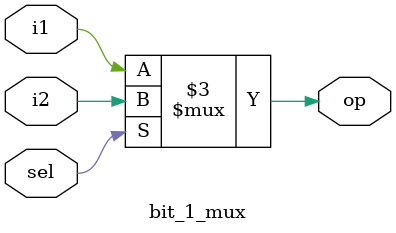
<source format=v>
`timescale 1ns/1ps

module bit_1_mux( input i1, i2, sel, output op);

always @(*)
begin
    if(sel)
		begin
        op = i2;
		end
    else
	   begin
        op = i1;
		end
end

endmodule
</source>
